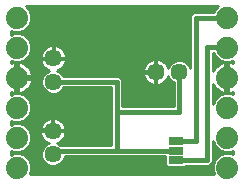
<source format=gbl>
G75*
%MOIN*%
%OFA0B0*%
%FSLAX24Y24*%
%IPPOS*%
%LPD*%
%AMOC8*
5,1,8,0,0,1.08239X$1,22.5*
%
%ADD10C,0.0740*%
%ADD11C,0.0570*%
%ADD12R,0.0500X0.0250*%
%ADD13C,0.0100*%
%ADD14C,0.0160*%
D10*
X001772Y001024D03*
X001772Y002024D03*
X001772Y003024D03*
X001772Y004024D03*
X001772Y005024D03*
X001772Y006024D03*
X008772Y006024D03*
X008772Y005024D03*
X008772Y004024D03*
X008772Y003024D03*
X008772Y002024D03*
X008772Y001024D03*
D11*
X007189Y004209D03*
X006402Y004209D03*
X002985Y003882D03*
X002985Y004670D03*
X002965Y002252D03*
X002965Y001465D03*
D12*
X007071Y001583D03*
X007071Y001263D03*
X007071Y001903D03*
D13*
X006711Y001393D02*
X006711Y001093D01*
X006776Y001028D01*
X007367Y001028D01*
X007414Y001076D01*
X008111Y001081D01*
X008189Y001081D01*
X008190Y001082D01*
X008191Y001082D01*
X008246Y001137D01*
X008301Y001192D01*
X008301Y001193D01*
X008301Y001194D01*
X008301Y001272D01*
X008301Y001908D01*
X008365Y001752D01*
X008500Y001617D01*
X008677Y001544D01*
X008868Y001544D01*
X008976Y001589D01*
X008976Y001459D01*
X008868Y001504D01*
X008677Y001504D01*
X008500Y001431D01*
X008365Y001296D01*
X008292Y001119D01*
X008292Y000929D01*
X008336Y000822D01*
X002208Y000822D01*
X002252Y000929D01*
X002252Y001119D01*
X002179Y001296D01*
X002044Y001431D01*
X001868Y001504D01*
X001677Y001504D01*
X001567Y001458D01*
X001567Y001590D01*
X001677Y001544D01*
X001868Y001544D01*
X002044Y001617D01*
X002179Y001752D01*
X002252Y001929D01*
X002252Y002119D01*
X002179Y002296D01*
X002044Y002431D01*
X001868Y002504D01*
X001677Y002504D01*
X001567Y002458D01*
X001567Y002590D01*
X001677Y002544D01*
X001868Y002544D01*
X002044Y002617D01*
X002179Y002752D01*
X002252Y002929D01*
X002252Y003119D01*
X002179Y003296D01*
X002044Y003431D01*
X001868Y003504D01*
X001677Y003504D01*
X001567Y003458D01*
X001567Y003545D01*
X001572Y003542D01*
X001650Y003517D01*
X001722Y003505D01*
X001722Y003974D01*
X001822Y003974D01*
X001822Y003505D01*
X001894Y003517D01*
X001972Y003542D01*
X002045Y003579D01*
X002111Y003627D01*
X002169Y003685D01*
X002217Y003751D01*
X002254Y003824D01*
X002279Y003902D01*
X002291Y003974D01*
X001822Y003974D01*
X001822Y004074D01*
X001722Y004074D01*
X001722Y004543D01*
X001650Y004531D01*
X001572Y004506D01*
X001567Y004503D01*
X001567Y004590D01*
X001677Y004544D01*
X001868Y004544D01*
X002044Y004617D01*
X002179Y004752D01*
X002252Y004929D01*
X002252Y005119D01*
X002179Y005296D01*
X002044Y005431D01*
X001868Y005504D01*
X001677Y005504D01*
X001567Y005458D01*
X001567Y005590D01*
X001677Y005544D01*
X001868Y005544D01*
X002044Y005617D01*
X002179Y005752D01*
X002252Y005929D01*
X002252Y006119D01*
X002179Y006296D01*
X002071Y006403D01*
X008479Y006410D01*
X008365Y006296D01*
X008331Y006214D01*
X007670Y006214D01*
X007558Y006103D01*
X007558Y004350D01*
X007524Y004433D01*
X007413Y004544D01*
X007268Y004604D01*
X007111Y004604D01*
X006966Y004544D01*
X006855Y004433D01*
X006816Y004341D01*
X006805Y004376D01*
X006774Y004437D01*
X006734Y004492D01*
X006685Y004541D01*
X006630Y004581D01*
X006569Y004612D01*
X006504Y004633D01*
X006436Y004644D01*
X006421Y004644D01*
X006421Y004228D01*
X006383Y004228D01*
X006383Y004190D01*
X006421Y004190D01*
X006421Y003774D01*
X006436Y003774D01*
X006504Y003785D01*
X006569Y003806D01*
X006630Y003837D01*
X006685Y003877D01*
X006734Y003926D01*
X006774Y003981D01*
X006805Y004042D01*
X006816Y004077D01*
X006855Y003985D01*
X006966Y003874D01*
X006999Y003860D01*
X006999Y003072D01*
X005285Y003072D01*
X005285Y003961D01*
X005174Y004072D01*
X003333Y004072D01*
X003320Y004106D01*
X003208Y004217D01*
X003117Y004255D01*
X003152Y004267D01*
X003213Y004298D01*
X003268Y004338D01*
X003316Y004386D01*
X003357Y004442D01*
X003388Y004503D01*
X003409Y004568D01*
X003420Y004635D01*
X003420Y004651D01*
X003004Y004651D01*
X003004Y004689D01*
X002966Y004689D01*
X002966Y005105D01*
X002950Y005105D01*
X002883Y005094D01*
X002818Y005073D01*
X002757Y005042D01*
X002701Y005001D01*
X002653Y004953D01*
X002613Y004898D01*
X002582Y004837D01*
X002560Y004772D01*
X002550Y004704D01*
X002550Y004689D01*
X002966Y004689D01*
X002966Y004651D01*
X002550Y004651D01*
X002550Y004635D01*
X002560Y004568D01*
X002582Y004503D01*
X002613Y004442D01*
X002653Y004386D01*
X002701Y004338D01*
X002757Y004298D01*
X002818Y004267D01*
X002853Y004255D01*
X002761Y004217D01*
X002650Y004106D01*
X002590Y003961D01*
X002590Y003804D01*
X002650Y003659D01*
X002761Y003547D01*
X002906Y003487D01*
X003063Y003487D01*
X003208Y003547D01*
X003320Y003659D01*
X003333Y003692D01*
X004905Y003692D01*
X004905Y001773D01*
X003215Y001773D01*
X003189Y001800D01*
X003097Y001838D01*
X003132Y001849D01*
X003193Y001880D01*
X003248Y001921D01*
X003297Y001969D01*
X003337Y002024D01*
X003368Y002085D01*
X003389Y002150D01*
X003400Y002218D01*
X003400Y002233D01*
X002984Y002233D01*
X002984Y002271D01*
X003400Y002271D01*
X003400Y002287D01*
X003389Y002354D01*
X003368Y002419D01*
X003337Y002480D01*
X003297Y002536D01*
X003248Y002584D01*
X003193Y002624D01*
X003132Y002655D01*
X003067Y002677D01*
X002999Y002687D01*
X002984Y002687D01*
X002984Y002271D01*
X002946Y002271D01*
X002946Y002233D01*
X002530Y002233D01*
X002530Y002218D01*
X002541Y002150D01*
X002562Y002085D01*
X002593Y002024D01*
X002633Y001969D01*
X002682Y001921D01*
X002737Y001880D01*
X002798Y001849D01*
X002833Y001838D01*
X002741Y001800D01*
X002630Y001689D01*
X002570Y001544D01*
X002570Y001386D01*
X002630Y001241D01*
X002741Y001130D01*
X002886Y001070D01*
X003044Y001070D01*
X003189Y001130D01*
X003300Y001241D01*
X003360Y001386D01*
X003360Y001393D01*
X006711Y001393D01*
X006711Y001311D02*
X003329Y001311D01*
X003271Y001212D02*
X006711Y001212D01*
X006711Y001114D02*
X003149Y001114D01*
X002781Y001114D02*
X002252Y001114D01*
X002252Y001015D02*
X008292Y001015D01*
X008297Y000917D02*
X002247Y000917D01*
X002214Y001212D02*
X002659Y001212D01*
X002601Y001311D02*
X002164Y001311D01*
X002066Y001409D02*
X002570Y001409D01*
X002570Y001508D02*
X001567Y001508D01*
X002018Y001606D02*
X002596Y001606D01*
X002646Y001705D02*
X002132Y001705D01*
X002200Y001803D02*
X002750Y001803D01*
X002707Y001902D02*
X002241Y001902D01*
X002252Y002000D02*
X002610Y002000D01*
X002557Y002099D02*
X002252Y002099D01*
X002220Y002197D02*
X002533Y002197D01*
X002530Y002271D02*
X002946Y002271D01*
X002946Y002687D01*
X002931Y002687D01*
X002863Y002677D01*
X002798Y002655D01*
X002737Y002624D01*
X002682Y002584D01*
X002633Y002536D01*
X002593Y002480D01*
X002562Y002419D01*
X002541Y002354D01*
X002530Y002287D01*
X002530Y002271D01*
X002531Y002296D02*
X002179Y002296D01*
X002081Y002394D02*
X002554Y002394D01*
X002602Y002493D02*
X001895Y002493D01*
X001982Y002591D02*
X002691Y002591D01*
X002946Y002591D02*
X002984Y002591D01*
X002984Y002493D02*
X002946Y002493D01*
X002946Y002394D02*
X002984Y002394D01*
X002984Y002296D02*
X002946Y002296D01*
X003328Y002493D02*
X004905Y002493D01*
X004905Y002591D02*
X003239Y002591D01*
X003376Y002394D02*
X004905Y002394D01*
X004905Y002296D02*
X003399Y002296D01*
X003397Y002197D02*
X004905Y002197D01*
X004905Y002099D02*
X003372Y002099D01*
X003320Y002000D02*
X004905Y002000D01*
X004905Y001902D02*
X003222Y001902D01*
X003180Y001803D02*
X004905Y001803D01*
X004905Y002690D02*
X002117Y002690D01*
X002194Y002788D02*
X004905Y002788D01*
X004905Y002887D02*
X002235Y002887D01*
X002252Y002985D02*
X004905Y002985D01*
X004905Y003084D02*
X002252Y003084D01*
X002226Y003182D02*
X004905Y003182D01*
X004905Y003281D02*
X002185Y003281D01*
X002096Y003379D02*
X004905Y003379D01*
X004905Y003478D02*
X001931Y003478D01*
X002039Y003576D02*
X002732Y003576D01*
X002643Y003675D02*
X002158Y003675D01*
X002228Y003773D02*
X002602Y003773D01*
X002590Y003872D02*
X002269Y003872D01*
X002290Y003970D02*
X002594Y003970D01*
X002634Y004069D02*
X001822Y004069D01*
X001822Y004074D02*
X002291Y004074D01*
X002279Y004146D01*
X002254Y004224D01*
X002217Y004297D01*
X002169Y004363D01*
X002111Y004421D01*
X002045Y004469D01*
X001972Y004506D01*
X001894Y004531D01*
X001822Y004543D01*
X001822Y004074D01*
X001822Y003970D02*
X001722Y003970D01*
X001722Y003872D02*
X001822Y003872D01*
X001822Y003773D02*
X001722Y003773D01*
X001722Y003675D02*
X001822Y003675D01*
X001822Y003576D02*
X001722Y003576D01*
X001613Y003478D02*
X001567Y003478D01*
X001722Y004167D02*
X001822Y004167D01*
X001822Y004266D02*
X001722Y004266D01*
X001722Y004364D02*
X001822Y004364D01*
X001822Y004463D02*
X001722Y004463D01*
X001635Y004561D02*
X001567Y004561D01*
X001909Y004561D02*
X002562Y004561D01*
X002602Y004463D02*
X002053Y004463D01*
X002167Y004364D02*
X002675Y004364D01*
X002820Y004266D02*
X002232Y004266D01*
X002272Y004167D02*
X002711Y004167D01*
X003149Y004266D02*
X005971Y004266D01*
X005967Y004243D02*
X005967Y004228D01*
X006383Y004228D01*
X006383Y004644D01*
X006368Y004644D01*
X006300Y004633D01*
X006235Y004612D01*
X006174Y004581D01*
X006119Y004541D01*
X006070Y004492D01*
X006030Y004437D01*
X005999Y004376D01*
X005978Y004311D01*
X005967Y004243D01*
X005967Y004190D02*
X005967Y004175D01*
X005978Y004107D01*
X005999Y004042D01*
X006030Y003981D01*
X006070Y003926D01*
X006119Y003877D01*
X006174Y003837D01*
X006235Y003806D01*
X006300Y003785D01*
X006368Y003774D01*
X006383Y003774D01*
X006383Y004190D01*
X005967Y004190D01*
X005968Y004167D02*
X003258Y004167D01*
X003294Y004364D02*
X005995Y004364D01*
X006049Y004463D02*
X003367Y004463D01*
X003407Y004561D02*
X006147Y004561D01*
X006383Y004561D02*
X006421Y004561D01*
X006421Y004463D02*
X006383Y004463D01*
X006383Y004364D02*
X006421Y004364D01*
X006421Y004266D02*
X006383Y004266D01*
X006383Y004167D02*
X006421Y004167D01*
X006421Y004069D02*
X006383Y004069D01*
X006383Y003970D02*
X006421Y003970D01*
X006421Y003872D02*
X006383Y003872D01*
X006126Y003872D02*
X005285Y003872D01*
X005276Y003970D02*
X006038Y003970D01*
X005990Y004069D02*
X005177Y004069D01*
X005285Y003773D02*
X006999Y003773D01*
X006999Y003675D02*
X005285Y003675D01*
X005285Y003576D02*
X006999Y003576D01*
X006999Y003478D02*
X005285Y003478D01*
X005285Y003379D02*
X006999Y003379D01*
X006999Y003281D02*
X005285Y003281D01*
X005285Y003182D02*
X006999Y003182D01*
X006999Y003084D02*
X005285Y003084D01*
X004905Y003576D02*
X003237Y003576D01*
X003326Y003675D02*
X004905Y003675D01*
X003420Y004689D02*
X003420Y004704D01*
X003409Y004772D01*
X003388Y004837D01*
X003357Y004898D01*
X003316Y004953D01*
X003268Y005001D01*
X003213Y005042D01*
X003152Y005073D01*
X003087Y005094D01*
X003019Y005105D01*
X003004Y005105D01*
X003004Y004689D01*
X003420Y004689D01*
X003411Y004758D02*
X007558Y004758D01*
X007558Y004857D02*
X003378Y004857D01*
X003314Y004955D02*
X007558Y004955D01*
X007558Y005054D02*
X003189Y005054D01*
X003004Y005054D02*
X002966Y005054D01*
X002966Y004955D02*
X003004Y004955D01*
X003004Y004857D02*
X002966Y004857D01*
X002966Y004758D02*
X003004Y004758D01*
X003004Y004660D02*
X007558Y004660D01*
X007558Y004561D02*
X007371Y004561D01*
X007494Y004463D02*
X007558Y004463D01*
X007553Y004364D02*
X007558Y004364D01*
X007008Y004561D02*
X006657Y004561D01*
X006755Y004463D02*
X006884Y004463D01*
X006826Y004364D02*
X006809Y004364D01*
X006814Y004069D02*
X006820Y004069D01*
X006870Y003970D02*
X006766Y003970D01*
X006678Y003872D02*
X006971Y003872D01*
X008301Y003804D02*
X008301Y003140D01*
X008365Y003296D01*
X008500Y003431D01*
X008677Y003504D01*
X008868Y003504D01*
X008976Y003459D01*
X008976Y003544D01*
X008972Y003542D01*
X008894Y003517D01*
X008822Y003505D01*
X008822Y003974D01*
X008722Y003974D01*
X008722Y003505D01*
X008650Y003517D01*
X008572Y003542D01*
X008500Y003579D01*
X008433Y003627D01*
X008375Y003685D01*
X008327Y003751D01*
X008301Y003804D01*
X008301Y003773D02*
X008316Y003773D01*
X008301Y003675D02*
X008386Y003675D01*
X008301Y003576D02*
X008505Y003576D01*
X008613Y003478D02*
X008301Y003478D01*
X008301Y003379D02*
X008448Y003379D01*
X008359Y003281D02*
X008301Y003281D01*
X008301Y003182D02*
X008318Y003182D01*
X008722Y003576D02*
X008822Y003576D01*
X008822Y003675D02*
X008722Y003675D01*
X008722Y003773D02*
X008822Y003773D01*
X008822Y003872D02*
X008722Y003872D01*
X008722Y003970D02*
X008822Y003970D01*
X008822Y004074D02*
X008722Y004074D01*
X008722Y004543D01*
X008650Y004531D01*
X008572Y004506D01*
X008500Y004469D01*
X008433Y004421D01*
X008375Y004363D01*
X008327Y004297D01*
X008301Y004244D01*
X008301Y004840D01*
X008329Y004839D01*
X008365Y004752D01*
X008500Y004617D01*
X008677Y004544D01*
X008868Y004544D01*
X008976Y004589D01*
X008976Y004504D01*
X008972Y004506D01*
X008894Y004531D01*
X008822Y004543D01*
X008822Y004074D01*
X008822Y004167D02*
X008722Y004167D01*
X008722Y004266D02*
X008822Y004266D01*
X008822Y004364D02*
X008722Y004364D01*
X008722Y004463D02*
X008822Y004463D01*
X008909Y004561D02*
X008976Y004561D01*
X008635Y004561D02*
X008301Y004561D01*
X008301Y004463D02*
X008491Y004463D01*
X008377Y004364D02*
X008301Y004364D01*
X008301Y004266D02*
X008312Y004266D01*
X008301Y004660D02*
X008457Y004660D01*
X008363Y004758D02*
X008301Y004758D01*
X007558Y005152D02*
X002238Y005152D01*
X002198Y005251D02*
X007558Y005251D01*
X007558Y005349D02*
X002126Y005349D01*
X002003Y005448D02*
X007558Y005448D01*
X007558Y005546D02*
X001873Y005546D01*
X001671Y005546D02*
X001567Y005546D01*
X002072Y005645D02*
X007558Y005645D01*
X007558Y005743D02*
X002170Y005743D01*
X002216Y005842D02*
X007558Y005842D01*
X007558Y005940D02*
X002252Y005940D01*
X002252Y006039D02*
X007558Y006039D01*
X007593Y006137D02*
X002245Y006137D01*
X002204Y006236D02*
X008340Y006236D01*
X008404Y006334D02*
X002141Y006334D01*
X002252Y005054D02*
X002780Y005054D01*
X002655Y004955D02*
X002252Y004955D01*
X002222Y004857D02*
X002592Y004857D01*
X002558Y004758D02*
X002182Y004758D01*
X002087Y004660D02*
X002966Y004660D01*
X001649Y002493D02*
X001567Y002493D01*
X008223Y001114D02*
X008292Y001114D01*
X008301Y001212D02*
X008330Y001212D01*
X008301Y001311D02*
X008380Y001311D01*
X008301Y001409D02*
X008478Y001409D01*
X008301Y001508D02*
X008976Y001508D01*
X008526Y001606D02*
X008301Y001606D01*
X008301Y001705D02*
X008412Y001705D01*
X008344Y001803D02*
X008301Y001803D01*
X008301Y001902D02*
X008303Y001902D01*
X008931Y003478D02*
X008976Y003478D01*
D14*
X007189Y002882D02*
X005095Y002882D01*
X005095Y001583D01*
X002965Y001583D01*
X002965Y001465D01*
X002965Y002252D02*
X002414Y002260D01*
X002414Y004032D01*
X001772Y004024D01*
X002985Y003882D02*
X005095Y003882D01*
X005095Y002882D01*
X005095Y001583D02*
X007071Y001583D01*
X007071Y001263D02*
X008111Y001271D01*
X008111Y005032D01*
X008772Y005024D01*
X008772Y006024D02*
X007748Y006024D01*
X007748Y001903D01*
X007071Y001903D01*
X007189Y002882D02*
X007189Y004209D01*
M02*

</source>
